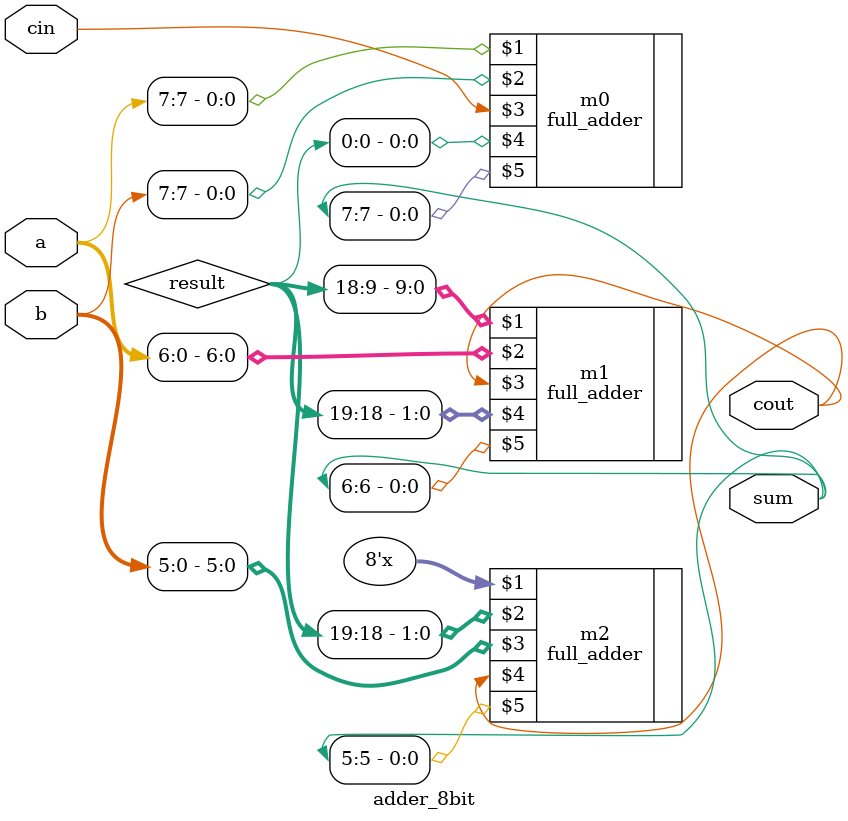
<source format=v>
module adder_8bit(
    input [7:0] a, b, 
    input cin, 
    output [7:0] sum, 
    output cout
    );

wire [19:0] result;
//MULTIPLE BIT-LEVEL ADDERS (FULL ADDERS)
full_adder m0 (a[7], b[7], cin, result[0], sum[7]);
full_adder m1 (result[18:9], a[6:0], cout, result[19:18], sum[6]);
full_adder m2 (result[31:24], result[19:18], b[5:0], cout, sum[5]);
assign {sum[7:0], cout} = {sum[7:0], cout};

endmodule
</source>
